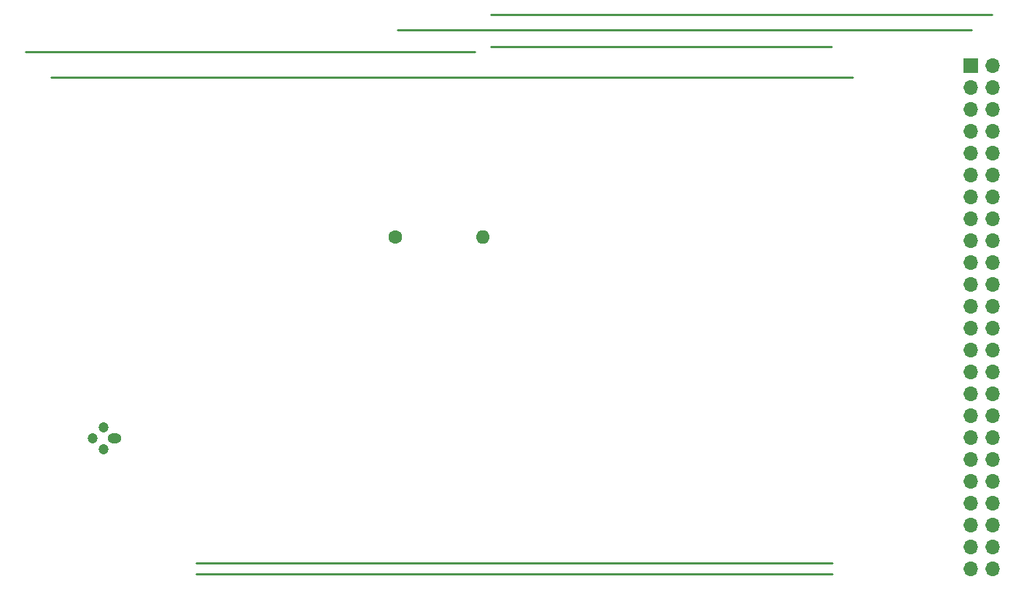
<source format=gbr>
%TF.GenerationSoftware,KiCad,Pcbnew,8.0.5-8.0.5-0~ubuntu24.04.1*%
%TF.CreationDate,2024-09-09T00:24:46+02:00*%
%TF.ProjectId,xMultislope-1v0,784d756c-7469-4736-9c6f-70652d317630,rev?*%
%TF.SameCoordinates,Original*%
%TF.FileFunction,Soldermask,Bot*%
%TF.FilePolarity,Negative*%
%FSLAX46Y46*%
G04 Gerber Fmt 4.6, Leading zero omitted, Abs format (unit mm)*
G04 Created by KiCad (PCBNEW 8.0.5-8.0.5-0~ubuntu24.04.1) date 2024-09-09 00:24:46*
%MOMM*%
%LPD*%
G01*
G04 APERTURE LIST*
%ADD10C,0.250000*%
%ADD11O,1.600000X1.200000*%
%ADD12C,1.200000*%
%ADD13C,1.600000*%
%ADD14O,1.600000X1.600000*%
%ADD15R,1.700000X1.700000*%
%ADD16O,1.700000X1.700000*%
G04 APERTURE END LIST*
D10*
X118890000Y-115728961D02*
X192690000Y-115728961D01*
X118890000Y-114528961D02*
X192690000Y-114528961D01*
X99083414Y-55128961D02*
X151283414Y-55128961D01*
X211269614Y-50850000D02*
X153090000Y-50850000D01*
X102083414Y-58128961D02*
X195083414Y-58128961D01*
X153083414Y-54528961D02*
X192683414Y-54528961D01*
X208890000Y-52650000D02*
X142290000Y-52650000D01*
D11*
%TO.C,U13*%
X109390536Y-100029783D03*
D12*
X108120536Y-98759783D03*
X106850536Y-100029783D03*
X108120536Y-101299783D03*
%TD*%
D13*
%TO.C,R11*%
X142003414Y-76628961D03*
D14*
X152163414Y-76628961D03*
%TD*%
D15*
%TO.C,J1*%
X208790000Y-56730000D03*
D16*
X211330000Y-56730000D03*
X208790000Y-59270000D03*
X211330000Y-59270000D03*
X208790000Y-61810000D03*
X211330000Y-61810000D03*
X208790000Y-64350000D03*
X211330000Y-64350000D03*
X208790000Y-66890000D03*
X211330000Y-66890000D03*
X208790000Y-69430000D03*
X211330000Y-69430000D03*
X208790000Y-71970000D03*
X211330000Y-71970000D03*
X208790000Y-74510000D03*
X211330000Y-74510000D03*
X208790000Y-77050000D03*
X211330000Y-77050000D03*
X208790000Y-79590000D03*
X211330000Y-79590000D03*
X208790000Y-82130000D03*
X211330000Y-82130000D03*
X208790000Y-84670000D03*
X211330000Y-84670000D03*
X208790000Y-87210000D03*
X211330000Y-87210000D03*
X208790000Y-89750000D03*
X211330000Y-89750000D03*
X208790000Y-92290000D03*
X211330000Y-92290000D03*
X208790000Y-94830000D03*
X211330000Y-94830000D03*
X208790000Y-97370000D03*
X211330000Y-97370000D03*
X208790000Y-99910000D03*
X211330000Y-99910000D03*
X208790000Y-102450000D03*
X211330000Y-102450000D03*
X208790000Y-104990000D03*
X211330000Y-104990000D03*
X208790000Y-107530000D03*
X211330000Y-107530000D03*
X208790000Y-110070000D03*
X211330000Y-110070000D03*
X208790000Y-112610000D03*
X211330000Y-112610000D03*
X208790000Y-115150000D03*
X211330000Y-115150000D03*
%TD*%
M02*

</source>
